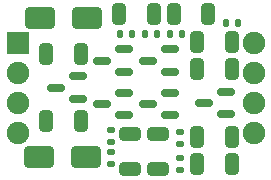
<source format=gts>
%TF.GenerationSoftware,KiCad,Pcbnew,8.0.9-8.0.9-0~ubuntu24.04.1*%
%TF.CreationDate,2025-07-21T09:14:06-04:00*%
%TF.ProjectId,cap_multiplier_tile,6361705f-6d75-46c7-9469-706c6965725f,0.1.X*%
%TF.SameCoordinates,Original*%
%TF.FileFunction,Soldermask,Top*%
%TF.FilePolarity,Negative*%
%FSLAX46Y46*%
G04 Gerber Fmt 4.6, Leading zero omitted, Abs format (unit mm)*
G04 Created by KiCad (PCBNEW 8.0.9-8.0.9-0~ubuntu24.04.1) date 2025-07-21 09:14:06*
%MOMM*%
%LPD*%
G01*
G04 APERTURE LIST*
G04 Aperture macros list*
%AMRoundRect*
0 Rectangle with rounded corners*
0 $1 Rounding radius*
0 $2 $3 $4 $5 $6 $7 $8 $9 X,Y pos of 4 corners*
0 Add a 4 corners polygon primitive as box body*
4,1,4,$2,$3,$4,$5,$6,$7,$8,$9,$2,$3,0*
0 Add four circle primitives for the rounded corners*
1,1,$1+$1,$2,$3*
1,1,$1+$1,$4,$5*
1,1,$1+$1,$6,$7*
1,1,$1+$1,$8,$9*
0 Add four rect primitives between the rounded corners*
20,1,$1+$1,$2,$3,$4,$5,0*
20,1,$1+$1,$4,$5,$6,$7,0*
20,1,$1+$1,$6,$7,$8,$9,0*
20,1,$1+$1,$8,$9,$2,$3,0*%
G04 Aperture macros list end*
%ADD10RoundRect,0.135000X-0.135000X-0.185000X0.135000X-0.185000X0.135000X0.185000X-0.135000X0.185000X0*%
%ADD11RoundRect,0.135000X0.185000X-0.135000X0.185000X0.135000X-0.185000X0.135000X-0.185000X-0.135000X0*%
%ADD12RoundRect,0.250000X-0.325000X-0.650000X0.325000X-0.650000X0.325000X0.650000X-0.325000X0.650000X0*%
%ADD13RoundRect,0.250000X-0.650000X0.325000X-0.650000X-0.325000X0.650000X-0.325000X0.650000X0.325000X0*%
%ADD14RoundRect,0.135000X-0.185000X0.135000X-0.185000X-0.135000X0.185000X-0.135000X0.185000X0.135000X0*%
%ADD15RoundRect,0.250000X0.325000X0.650000X-0.325000X0.650000X-0.325000X-0.650000X0.325000X-0.650000X0*%
%ADD16RoundRect,0.150000X0.587500X0.150000X-0.587500X0.150000X-0.587500X-0.150000X0.587500X-0.150000X0*%
%ADD17RoundRect,0.135000X0.135000X0.185000X-0.135000X0.185000X-0.135000X-0.185000X0.135000X-0.185000X0*%
%ADD18R,1.900000X1.900000*%
%ADD19C,1.900000*%
%ADD20RoundRect,0.250000X1.000000X0.650000X-1.000000X0.650000X-1.000000X-0.650000X1.000000X-0.650000X0*%
%ADD21RoundRect,0.250000X-1.000000X-0.650000X1.000000X-0.650000X1.000000X0.650000X-1.000000X0.650000X0*%
G04 APERTURE END LIST*
D10*
%TO.C,R2*%
X2890000Y4550000D03*
X3910000Y4550000D03*
%TD*%
D11*
%TO.C,R7*%
X3700000Y-7010000D03*
X3700000Y-5990000D03*
%TD*%
D10*
%TO.C,R4*%
X790000Y4550000D03*
X1810000Y4550000D03*
%TD*%
D12*
%TO.C,C7*%
X3200000Y6200000D03*
X6150000Y6200000D03*
%TD*%
D10*
%TO.C,R3*%
X-1310000Y4550000D03*
X-290000Y4550000D03*
%TD*%
D13*
%TO.C,C14*%
X1850000Y-3925000D03*
X1850000Y-6875000D03*
%TD*%
D12*
%TO.C,C11*%
X5175000Y-6450000D03*
X8125000Y-6450000D03*
%TD*%
D14*
%TO.C,R8*%
X-2100000Y-3540000D03*
X-2100000Y-4560000D03*
%TD*%
D15*
%TO.C,C6*%
X1525000Y6200000D03*
X-1425000Y6200000D03*
%TD*%
D12*
%TO.C,C3*%
X5200000Y3850000D03*
X8150000Y3850000D03*
%TD*%
D16*
%TO.C,Q3*%
X-987500Y-2350000D03*
X-987500Y-450000D03*
X-2862500Y-1400000D03*
%TD*%
%TO.C,Q1*%
X-987500Y1350000D03*
X-987500Y3250000D03*
X-2862500Y2300000D03*
%TD*%
D17*
%TO.C,R5*%
X8660000Y5500000D03*
X7640000Y5500000D03*
%TD*%
D14*
%TO.C,R10*%
X3700000Y-3740000D03*
X3700000Y-4760000D03*
%TD*%
%TO.C,R9*%
X-2100000Y-5440000D03*
X-2100000Y-6460000D03*
%TD*%
D15*
%TO.C,C5*%
X-4675000Y2850000D03*
X-7625000Y2850000D03*
%TD*%
D16*
%TO.C,Q4*%
X2937500Y-2350000D03*
X2937500Y-450000D03*
X1062500Y-1400000D03*
%TD*%
D15*
%TO.C,C12*%
X-4675000Y-2850000D03*
X-7625000Y-2850000D03*
%TD*%
D18*
%TO.C,J1*%
X-10000000Y3810000D03*
D19*
X-10000000Y1270000D03*
X-10000000Y-1270000D03*
X-10000000Y-3810000D03*
X10000000Y-3810000D03*
X10000000Y-1270000D03*
X10000000Y1270000D03*
X10000000Y3810000D03*
%TD*%
D16*
%TO.C,D3*%
X7637500Y-2250000D03*
X7637500Y-350000D03*
X5762500Y-1300000D03*
%TD*%
%TO.C,Q2*%
X2937500Y1350000D03*
X2937500Y3250000D03*
X1062500Y2300000D03*
%TD*%
D15*
%TO.C,C4*%
X8150000Y1550000D03*
X5200000Y1550000D03*
%TD*%
D20*
%TO.C,D1*%
X-4150000Y5900000D03*
X-8150000Y5900000D03*
%TD*%
D13*
%TO.C,C13*%
X-460000Y-3925000D03*
X-460000Y-6875000D03*
%TD*%
D21*
%TO.C,D4*%
X-8195000Y-5900000D03*
X-4195000Y-5900000D03*
%TD*%
D16*
%TO.C,D2*%
X-4912500Y-950000D03*
X-4912500Y950000D03*
X-6787500Y0D03*
%TD*%
D15*
%TO.C,C10*%
X8125000Y-4150000D03*
X5175000Y-4150000D03*
%TD*%
M02*

</source>
